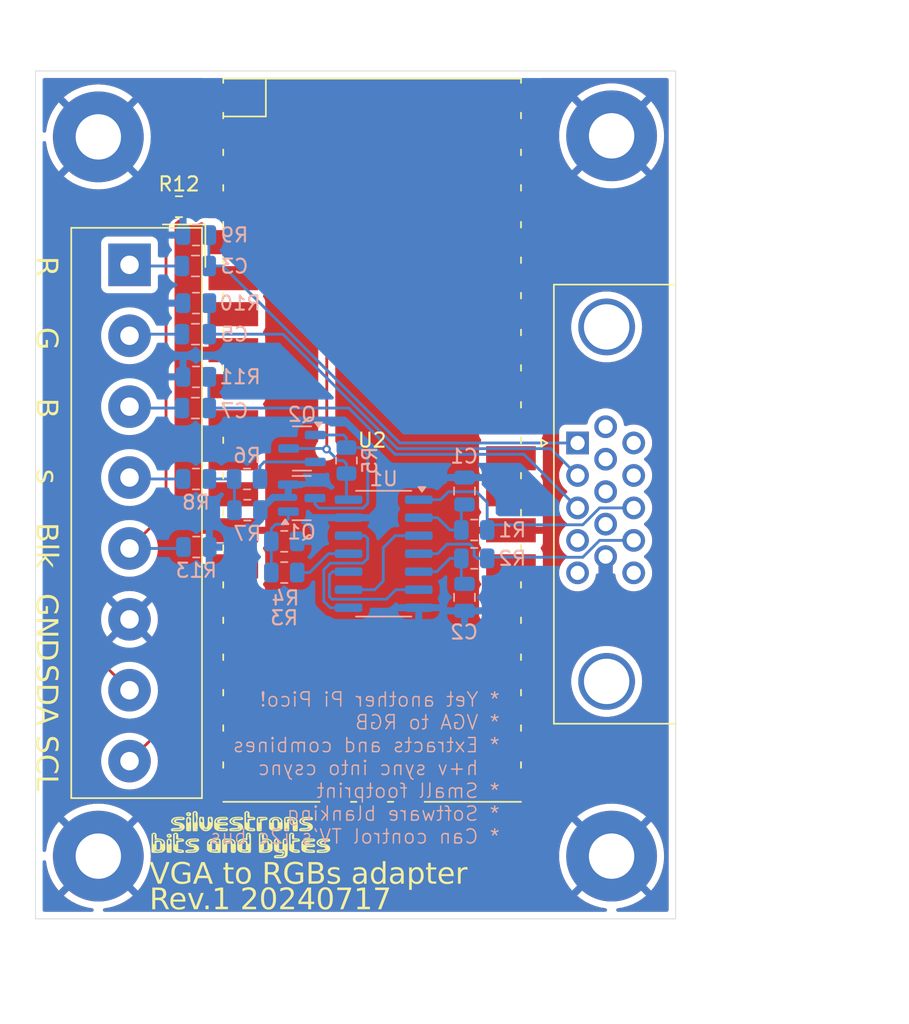
<source format=kicad_pcb>
(kicad_pcb (version 20240108) (generator "pcbnew") (generator_version "8.0")
  (layers (0 "F.Cu" signal) (31 "B.Cu" signal) (34 "B.Paste" user) (35 "F.Paste" user) (36 "B.SilkS" user "B.Silkscreen") (37 "F.SilkS" user "F.Silkscreen") (38 "B.Mask" user) (39 "F.Mask" user) (44 "Edge.Cuts" user))
  (net 0 "")
  (net 1 "GND")
  (net 2 "Net-(C1-Pad1)")
  (net 3 "Net-(C2-Pad1)")
  (net 4 "Net-(J1-Pin_14)")
  (net 6 "Net-(J1-Pin_13)")
  (net 14 "/IN R")
  (net 15 "/OUT R")
  (net 16 "/GIN2")
  (net 17 "Net-(R3-Pad1)")
  (net 18 "Net-(R6-Pad2)")
  (net 19 "Net-(U1-Pad10)")
  (net 20 "Net-(U1-Pad12)")
  (net 21 "Net-(U1-Pad3)")
  (net 23 "/IN G")
  (net 24 "/BIN2")
  (net 25 "/IN B")
  (net 26 "/SCL")
  (net 33 "/SDA")
  (net 34 "/FBLIN2")
  (net 35 "/AV1-1")
  (net 36 "Net-(Q1-B)")
  (net 37 "Net-(Q1-C)")
  (net 38 "Net-(Q2-E)")
  (net 39 "/IN BLK")
  (net 64 "+5V")
  (footprint "Resistor_SMD:R_0805_2012Metric" (layer "F.Cu") (at 84.0875 54.4 180)
    (property "Reference" "R12")
    (property "Value" "1k0")
  )
  (footprint "TerminalBlock_Altech:Altech_AK100_1x08_P5.00mm" (layer "F.Cu") (at 80.6 58.5 -90)
    (property "Reference" "J2" (hide yes))
    (property "Value" "TV Interface")
  )
  (footprint "Symbol:OSHW-Logo2_7.3x6mm_Copper" (layer "F.Cu") (at 114.25 56.4)
    (property "Reference" "REF**" (hide yes))
    (property "Value" "OSHW-Logo2_7.3x6mm_Copper" (hide yes))
  )
  (footprint "KiCad Components:RPi_Pico_SMD" (layer "F.Cu") (at 97.71 70.87)
    (property "Reference" "U2")
    (property "Value" "Pico")
  )
  (footprint "MountingHole:MountingHole_3.2mm_M3_Pad" (layer "F.Cu") (at 78.4 100.2)
    (property "Reference" "H1" (hide yes))
    (property "Value" "MountingHole_Pad")
  )
  (footprint "KiCad Components:sbab-text-logo-tiny" (layer "F.Cu") (at 88.2 98.8)
    (property "Reference" "G***" (hide yes))
    (property "Value" "LOGO" (hide yes))
  )
  (footprint "MountingHole:MountingHole_3.2mm_M3_Pad" (layer "F.Cu") (at 114.6 100.2)
    (property "Reference" "H2" (hide yes))
    (property "Value" "MountingHole_Pad")
  )
  (footprint "MountingHole:MountingHole_3.2mm_M3_Pad" (layer "F.Cu") (at 78.4 49.475)
    (property "Reference" "H1" (hide yes))
    (property "Value" "MountingHole_Pad")
  )
  (footprint "Connector_Dsub:DSUB-15-HD_Female_Horizontal_P2.29x1.98mm_EdgePinOffset3.03mm_Housed_MountingHolesOffset4.94mm" (layer "F.Cu") (at 112.2 71.0625 90)
    (property "Reference" "J1" (hide yes))
    (property "Value" "VGA")
  )
  (footprint "MountingHole:MountingHole_3.2mm_M3_Pad" (layer "F.Cu") (at 114.6 49.4)
    (property "Reference" "H2" (hide yes))
    (property "Value" "MountingHole_Pad")
  )
  (footprint "Resistor_SMD:R_0805_2012Metric" (layer "B.Cu") (at 88.9125 75.8)
    (property "Reference" "R7")
    (property "Value" "47")
  )
  (footprint "Capacitor_SMD:C_0805_2012Metric" (layer "B.Cu") (at 104.225 74.450001 90)
    (property "Reference" "C1")
    (property "Value" "22uF")
  )
  (footprint "Capacitor_SMD:C_0805_2012Metric" (layer "B.Cu") (at 85.25 63.39 180)
    (property "Reference" "C5")
    (property "Value" "100n")
  )
  (footprint "Resistor_SMD:R_0805_2012Metric" (layer "B.Cu") (at 88.8875 73.6 180)
    (property "Reference" "R6")
    (property "Value" "47")
  )
  (footprint "Package_SO:SOIC-14_3.9x8.7mm_P1.27mm" (layer "B.Cu") (at 98.525 78.87 180)
    (property "Reference" "U1")
    (property "Value" "SN74LS86ADR")
  )
  (footprint "Resistor_SMD:R_0805_2012Metric" (layer "B.Cu") (at 85.2875 66.4 180)
    (property "Reference" "R11")
    (property "Value" "75")
  )
  (footprint "Resistor_SMD:R_0805_2012Metric" (layer "B.Cu") (at 85.3125 78.4)
    (property "Reference" "R13")
    (property "Value" "3k3")
  )
  (footprint "Resistor_SMD:R_0805_2012Metric" (layer "B.Cu") (at 85.2875 73.6)
    (property "Reference" "R8")
    (property "Value" "47")
  )
  (footprint "Capacitor_SMD:C_0805_2012Metric" (layer "B.Cu") (at 85.25 58.58 180)
    (property "Reference" "C3")
    (property "Value" "100n")
  )
  (footprint "Capacitor_SMD:C_0805_2012Metric" (layer "B.Cu") (at 85.25 68.6 180)
    (property "Reference" "C7")
    (property "Value" "100n")
  )
  (footprint "Resistor_SMD:R_0805_2012Metric" (layer "B.Cu") (at 95.9 72.3 90)
    (property "Reference" "R5")
    (property "Value" "2k7")
  )
  (footprint "Resistor_SMD:R_0805_2012Metric" (layer "B.Cu") (at 91.5125 78)
    (property "Reference" "R4")
    (property "Value" "1k8")
  )
  (footprint "Capacitor_SMD:C_0805_2012Metric" (layer "B.Cu") (at 104.225 81.949999 -90)
    (property "Reference" "C2")
    (property "Value" "22uF")
  )
  (footprint "Resistor_SMD:R_0805_2012Metric" (layer "B.Cu") (at 104.9125 79.2 180)
    (property "Reference" "R2")
    (property "Value" "2k2")
  )
  (footprint "Resistor_SMD:R_0805_2012Metric" (layer "B.Cu") (at 85.2875 61.2 180)
    (property "Reference" "R10")
    (property "Value" "75")
  )
  (footprint "Package_TO_SOT_SMD:SOT-23" (layer "B.Cu") (at 92.7625 71.45 180)
    (property "Reference" "Q2")
    (property "Value" "BC847")
  )
  (footprint "Resistor_SMD:R_0805_2012Metric" (layer "B.Cu") (at 104.9125 77.2 180)
    (property "Reference" "R1")
    (property "Value" "2k2")
  )
  (footprint "Package_TO_SOT_SMD:SOT-23" (layer "B.Cu") (at 92.7375 74.95)
    (property "Reference" "Q1")
    (property "Value" "BC847")
  )
  (footprint "Resistor_SMD:R_0805_2012Metric" (layer "B.Cu") (at 85.2875 56.4 180)
    (property "Reference" "R9")
    (property "Value" "75")
  )
  (footprint "Resistor_SMD:R_0805_2012Metric" (layer "B.Cu") (at 91.5125 80.2 180)
    (property "Reference" "R3")
    (property "Value" "1k8")
  )
  (gr_rect (start 73.97 44.825) (end 119.12 104.625) (stroke (width 0.05)) (fill none) (layer "Edge.Cuts"))
  (gr_text "* Yet another Pi Pico!\n* VGA to RGB\n* Extracts and combines\n  h+v sync into csync\n* Small footprint\n* Software blanking\n* Can control TV's i2c bus" (at 106.8 99.4 0) (layer "B.SilkS") (effects (font (size 1 1) (thickness 0.1)) (justify left bottom mirror)))
  (gr_text "SDA" (at 73.8 86.655722 -90) (layer "F.SilkS") (effects (font (size 1.5 1.5) (thickness 0.1)) (justify left bottom)))
  (gr_text "Blk" (at 73.8 76.655724 -90) (layer "F.SilkS") (effects (font (size 1.5 1.5) (thickness 0.1)) (justify left bottom)))
  (gr_text "G" (at 73.8 62.885241 270) (layer "F.SilkS") (effects (font (size 1.5 1.5) (thickness 0.1)) (justify left bottom)))
  (gr_text "s" (at 73.8 72.885241 -90) (layer "F.SilkS") (effects (font (size 1.5 1.5) (thickness 0.1)) (justify left bottom)))
  (gr_text "Rev.1 20240717" (at 82 104.2 0) (layer "F.SilkS") (effects (font (size 1.5 1.5) (thickness 0.1)) (justify left bottom)))
  (gr_text "SCL" (at 73.8 91.655723 -90) (layer "F.SilkS") (effects (font (size 1.5 1.5) (thickness 0.1)) (justify left bottom)))
  (gr_text "R" (at 73.8 57.885241 270) (layer "F.SilkS") (effects (font (size 1.5 1.5) (thickness 0.1)) (justify left bottom)))
  (gr_text "VGA to RGBs adapter" (at 82 102.4 0) (layer "F.SilkS") (effects (font (size 1.5 1.5) (thickness 0.1)) (justify left bottom)))
  (gr_text "B" (at 73.8 67.885241 -90) (layer "F.SilkS") (effects (font (size 1.5 1.5) (thickness 0.1)) (justify left bottom)))
  (gr_text "GND" (at 73.8 81.655724 -90) (layer "F.SilkS") (effects (font (size 1.5 1.5) (thickness 0.1)) (justify left bottom)))
  (segment (start 114.18 80.78) (end 114.2 80.8) (width 1) (layer "F.Cu") (net 1))
  (segment (start 114.18 79.0775) (end 114.18 80.78) (width 1) (layer "F.Cu") (net 1))
  (segment (start 89.825 75.8) (end 90.725 74.9) (width 0.5) (layer "B.Cu") (net 1))
  (segment (start 87.9 78.4) (end 86.225 78.4) (width 0.5) (layer "B.Cu") (net 1))
  (segment (start 89.825 75.8) (end 89.825 76.475) (width 0.5) (layer "B.Cu") (net 1))
  (segment (start 90.725 74.9) (end 92.2 74.9) (width 0.5) (layer "B.Cu") (net 1))
  (segment (start 114.18 79.0775) (end 114.18 80.78) (width 1) (layer "B.Cu") (net 1))
  (segment (start 99.77782 73.500002) (end 95.777818 69.5) (width 0.5) (layer "B.Cu") (net 1))
  (segment (start 89.825 76.475) (end 87.9 78.4) (width 0.5) (layer "B.Cu") (net 1))
  (segment (start 95.777818 69.5) (end 95.6 69.5) (width 0.5) (layer "B.Cu") (net 1))
  (segment (start 97.97 76.33) (end 98.2 76.1) (width 0.5) (layer "B.Cu") (net 1))
  (segment (start 114.18 80.78) (end 114.2 80.8) (width 1) (layer "B.Cu") (net 1))
  (segment (start 96.05 76.33) (end 93.33 76.33) (width 0.5) (layer "B.Cu") (net 1))
  (segment (start 96.05 76.33) (end 97.97 76.33) (width 0.5) (layer "B.Cu") (net 1))
  (segment (start 93.33 76.33) (end 93.3 76.3) (width 0.5) (layer "B.Cu") (net 1))
  (segment (start 104.225 73.500002) (end 99.77782 73.500002) (width 0.5) (layer "B.Cu") (net 1))
  (segment (start 104 76.3) (end 104 75.625) (width 0.2) (layer "B.Cu") (net 2))
  (segment (start 101 76.33) (end 102.33 76.33) (width 0.2) (layer "B.Cu") (net 2))
  (segment (start 102.33 76.33) (end 103.2 77.2) (width 0.2) (layer "B.Cu") (net 2))
  (segment (start 104 77.2) (end 104 76.3) (width 0.2) (layer "B.Cu") (net 2))
  (segment (start 103.2 77.2) (end 104 77.2) (width 0.2) (layer "B.Cu") (net 2))
  (segment (start 104 75.625) (end 104.225 75.4) (width 0.2) (layer "B.Cu") (net 2))
  (segment (start 104 80.1) (end 104 80.775) (width 0.2) (layer "B.Cu") (net 3))
  (segment (start 102.26 80.14) (end 103.2 79.2) (width 0.2) (layer "B.Cu") (net 3))
  (segment (start 103.2 79.2) (end 104 79.2) (width 0.2) (layer "B.Cu") (net 3))
  (segment (start 101 80.14) (end 102.26 80.14) (width 0.2) (layer "B.Cu") (net 3))
  (segment (start 104 79.2) (end 104 80.1) (width 0.2) (layer "B.Cu") (net 3))
  (segment (start 104 80.775) (end 104.225 81) (width 0.2) (layer "B.Cu") (net 3))
  (segment (start 116.16 77.9325) (end 113.755636 77.9325) (width 0.2) (layer "B.Cu") (net 4))
  (segment (start 113.755636 77.9325) (end 112.565636 79.1225) (width 0.2) (layer "B.Cu") (net 4))
  (segment (start 112.565636 79.1225) (end 105.9025 79.1225) (width 0.2) (layer "B.Cu") (net 4))
  (segment (start 104.6 78.2) (end 104.9 78.5) (width 0.2) (layer "B.Cu") (net 4))
  (segment (start 103 78.2) (end 104.6 78.2) (width 0.2) (layer "B.Cu") (net 4))
  (segment (start 101 78.87) (end 102.33 78.87) (width 0.2) (layer "B.Cu") (net 4))
  (segment (start 105.9025 79.1225) (end 105.825 79.2) (width 0.2) (layer "B.Cu") (net 4))
  (segment (start 104.9 78.5) (end 104.9 79) (width 0.2) (layer "B.Cu") (net 4))
  (segment (start 104.9 79) (end 105.1 79.2) (width 0.2) (layer "B.Cu") (net 4))
  (segment (start 105.1 79.2) (end 105.825 79.2) (width 0.2) (layer "B.Cu") (net 4))
  (segment (start 102.33 78.87) (end 103 78.2) (width 0.2) (layer "B.Cu") (net 4))
  (segment (start 112.565634 76.832501) (end 106.192499 76.832501) (width 0.2) (layer "B.Cu") (net 6))
  (segment (start 105.825 75.257628) (end 105.067372 74.5) (width 0.2) (layer "B.Cu") (net 6))
  (segment (start 106.192499 76.832501) (end 105.825 77.2) (width 0.2) (layer "B.Cu") (net 6))
  (segment (start 103.1 74.5) (end 102.54 75.06) (width 0.2) (layer "B.Cu") (net 6))
  (segment (start 105.825 77.2) (end 105.825 75.257628) (width 0.2) (layer "B.Cu") (net 6))
  (segment (start 105.067372 74.5) (end 103.1 74.5) (width 0.2) (layer "B.Cu") (net 6))
  (segment (start 102.54 75.06) (end 101 75.06) (width 0.2) (layer "B.Cu") (net 6))
  (segment (start 113.755635 75.6425) (end 112.565634 76.832501) (width 0.2) (layer "B.Cu") (net 6))
  (segment (start 116.16 75.6425) (end 113.755635 75.6425) (width 0.2) (layer "B.Cu") (net 6))
  (segment (start 87.18 58.58) (end 99.6625 71.0625) (width 0.2) (layer "B.Cu") (net 14))
  (segment (start 99.6625 71.0625) (end 112.2 71.0625) (width 0.2) (layer "B.Cu") (net 14))
  (segment (start 86.2 58.58) (end 87.18 58.58) (width 0.2) (layer "B.Cu") (net 14))
  (segment (start 86.2 56.4) (end 86.2 58.58) (width 0.2) (layer "B.Cu") (net 14))
  (segment (start 84.3 58.58) (end 80.68 58.58) (width 0.2) (layer "B.Cu") (net 15))
  (segment (start 80.68 58.58) (end 80.6 58.5) (width 0.2) (layer "B.Cu") (net 15))
  (segment (start 80.71 63.39) (end 80.6 63.5) (width 0.2) (layer "B.Cu") (net 16))
  (segment (start 84.3 63.39) (end 80.71 63.39) (width 0.2) (layer "B.Cu") (net 16))
  (segment (start 96.05 78.87) (end 94.63 78.87) (width 0.2) (layer "B.Cu") (net 17))
  (segment (start 93.3 80.2) (end 92.425 80.2) (width 0.2) (layer "B.Cu") (net 17))
  (segment (start 94.63 78.87) (end 93.3 80.2) (width 0.2) (layer "B.Cu") (net 17))
  (segment (start 86.2 73.6) (end 87.975 73.6) (width 0.2) (layer "B.Cu") (net 18))
  (segment (start 87.975 73.975) (end 88 74) (width 0.2) (layer "B.Cu") (net 18))
  (segment (start 87.975 73.6) (end 87.975 73.975) (width 0.2) (layer "B.Cu") (net 18))
  (segment (start 88 74) (end 88 75.8) (width 0.2) (layer "B.Cu") (net 18))
  (segment (start 98.72 82.08) (end 94.88 82.08) (width 0.2) (layer "B.Cu") (net 19))
  (segment (start 94.9175 80.14) (end 96.05 80.14) (width 0.2) (layer "B.Cu") (net 19))
  (segment (start 99.39 81.41) (end 98.72 82.08) (width 0.2) (layer "B.Cu") (net 19))
  (segment (start 94.7 81.9) (end 94.7 80.3575) (width 0.2) (layer "B.Cu") (net 19))
  (segment (start 94.88 82.08) (end 94.7 81.9) (width 0.2) (layer "B.Cu") (net 19))
  (segment (start 94.7 80.3575) (end 94.9175 80.14) (width 0.2) (layer "B.Cu") (net 19))
  (segment (start 101 81.41) (end 99.39 81.41) (width 0.2) (layer "B.Cu") (net 19))
  (segment (start 94.3 80) (end 94.3 82.220619) (width 0.2) (layer "B.Cu") (net 20))
  (segment (start 94.76 79.54) (end 94.3 80) (width 0.2) (layer "B.Cu") (net 20))
  (segment (start 97.4 79.2) (end 97.06 79.54) (width 0.2) (layer "B.Cu") (net 20))
  (segment (start 94.3 82.220619) (end 94.759381 82.68) (width 0.2) (layer "B.Cu") (net 20))
  (segment (start 94.759381 82.68) (end 96.05 82.68) (width 0.2) (layer "B.Cu") (net 20))
  (segment (start 97.2 77.6) (end 97.4 77.8) (width 0.2) (layer "B.Cu") (net 20))
  (segment (start 96.05 77.6) (end 97.2 77.6) (width 0.2) (layer "B.Cu") (net 20))
  (segment (start 97.4 77.8) (end 97.4 79.2) (width 0.2) (layer "B.Cu") (net 20))
  (segment (start 97.06 79.54) (end 94.76 79.54) (width 0.2) (layer "B.Cu") (net 20))
  (segment (start 97.89 81.41) (end 98.5 80.8) (width 0.2) (layer "B.Cu") (net 21))
  (segment (start 96.05 81.41) (end 97.89 81.41) (width 0.2) (layer "B.Cu") (net 21))
  (segment (start 99.35 77.6) (end 101 77.6) (width 0.2) (layer "B.Cu") (net 21))
  (segment (start 98.5 78.45) (end 99.35 77.6) (width 0.2) (layer "B.Cu") (net 21))
  (segment (start 98.5 80.8) (end 98.5 78.45) (width 0.2) (layer "B.Cu") (net 21))
  (segment (start 99.496815 71.4625) (end 110.309999 71.4625) (width 0.2) (layer "B.Cu") (net 23))
  (segment (start 110.309999 71.4625) (end 112.2 73.352501) (width 0.2) (layer "B.Cu") (net 23))
  (segment (start 91.424314 63.39) (end 99.496815 71.4625) (width 0.2) (layer "B.Cu") (net 23))
  (segment (start 86.2 63.39) (end 91.424314 63.39) (width 0.2) (layer "B.Cu") (net 23))
  (segment (start 86.2 61.2) (end 86.2 63.39) (width 0.2) (layer "B.Cu") (net 23))
  (segment (start 84.3 68.6) (end 80.7 68.6) (width 0.2) (layer "B.Cu") (net 24))
  (segment (start 80.7 68.6) (end 80.6 68.5) (width 0.2) (layer "B.Cu") (net 24))
  (segment (start 108.42 71.8625) (end 112.2 75.6425) (width 0.2) (layer "B.Cu") (net 25))
  (segment (start 86.2 66.4) (end 86.2 68.6) (width 0.2) (layer "B.Cu") (net 25))
  (segment (start 96.068629 68.6) (end 99.331129 71.8625) (width 0.2) (layer "B.Cu") (net 25))
  (segment (start 99.331129 71.8625) (end 108.42 71.8625) (width 0.2) (layer "B.Cu") (net 25))
  (segment (start 86.2 68.6) (end 96.068629 68.6) (width 0.2) (layer "B.Cu") (net 25))
  (segment (start 85.085686 49.28) (end 78 56.365686) (width 0.2) (layer "F.Cu") (net 26))
  (segment (start 81.8 86) (end 83.2 87.4) (width 0.2) (layer "F.Cu") (net 26))
  (segment (start 83.2 90.9) (end 80.6 93.5) (width 0.2) (layer "F.Cu") (net 26))
  (segment (start 78 85.334313) (end 78.665687 86) (width 0.2) (layer "F.Cu") (net 26))
  (segment (start 78 56.365686) (end 78 85.334313) (width 0.2) (layer "F.Cu") (net 26))
  (segment (start 88.82 49.28) (end 85.085686 49.28) (width 0.2) (layer "F.Cu") (net 26))
  (segment (start 83.2 87.4) (end 83.2 90.9) (width 0.2) (layer "F.Cu") (net 26))
  (segment (start 78.665687 86) (end 81.8 86) (width 0.2) (layer "F.Cu") (net 26))
  (segment (start 87.06 46.74) (end 88.82 46.74) (width 0.2) (layer "F.Cu") (net 33))
  (segment (start 80.6 88.499999) (end 77.6 85.499999) (width 0.2) (layer "F.Cu") (net 33))
  (segment (start 77.6 56.2) (end 87.06 46.74) (width 0.2) (layer "F.Cu") (net 33))
  (segment (start 77.6 85.499999) (end 77.6 56.2) (width 0.2) (layer "F.Cu") (net 33))
  (segment (start 83.175 75.925001) (end 80.6 78.500001) (width 0.2) (layer "F.Cu") (net 34))
  (segment (start 83.175 54.4) (end 83.175 75.925001) (width 0.2) (layer "F.Cu") (net 34))
  (segment (start 84.4 78.4) (end 84.2 78.4) (width 0.2) (layer "B.Cu") (net 34))
  (segment (start 84.099999 78.500001) (end 80.6 78.500001) (width 0.2) (layer "B.Cu") (net 34))
  (segment (start 84.2 78.4) (end 84.099999 78.500001) (width 0.2) (layer "B.Cu") (net 34))
  (segment (start 80.7 73.6) (end 80.6 73.5) (width 0.2) (layer "B.Cu") (net 35))
  (segment (start 84.375 73.6) (end 80.7 73.6) (width 0.2) (layer "B.Cu") (net 35))
  (segment (start 91.8 76.4) (end 91.8 75.9) (width 0.2) (layer "B.Cu") (net 36))
  (segment (start 90.6 78) (end 90.6 77.1) (width 0.2) (layer "B.Cu") (net 36))
  (segment (start 90.6 80.2) (end 90.6 78) (width 0.2) (layer "B.Cu") (net 36))
  (segment (start 90.6 77.1) (end 90.9 76.8) (width 0.2) (layer "B.Cu") (net 36))
  (segment (start 91.4 76.8) (end 91.8 76.4) (width 0.2) (layer "B.Cu") (net 36))
  (segment (start 90.9 76.8) (end 91.4 76.8) (width 0.2) (layer "B.Cu") (net 36))
  (segment (start 93.675001 75.375001) (end 93.96 75.66) (width 0.2) (layer "B.Cu") (net 37))
  (segment (start 93.675001 74.95) (end 93.675001 75.375001) (width 0.2) (layer "B.Cu") (net 37))
  (segment (start 93.96 75.66) (end 97.065552 75.66) (width 0.2) (layer "B.Cu") (net 37))
  (segment (start 96.8875 71.3875) (end 95.9 71.3875) (width 0.2) (layer "B.Cu") (net 37))
  (segment (start 95.7 70.5) (end 95.9 70.7) (width 0.2) (layer "B.Cu") (net 37))
  (segment (start 97.065552 75.66) (end 97.4 75.325552) (width 0.2) (layer "B.Cu") (net 37))
  (segment (start 95.9 70.7) (end 95.9 71.3875) (width 0.2) (layer "B.Cu") (net 37))
  (segment (start 97.4 75.325552) (end 97.4 71.9) (width 0.2) (layer "B.Cu") (net 37))
  (segment (start 93.7 70.5) (end 95.7 70.5) (width 0.2) (layer "B.Cu") (net 37))
  (segment (start 97.4 71.9) (end 96.8875 71.3875) (width 0.2) (layer "B.Cu") (net 37))
  (segment (start 93.7 72.4) (end 90.1 72.4) (width 0.2) (layer "B.Cu") (net 38))
  (segment (start 89.8 72.7) (end 89.8 73.6) (width 0.2) (layer "B.Cu") (net 38))
  (segment (start 89.85 73.65) (end 89.8 73.6) (width 0.2) (layer "B.Cu") (net 38))
  (segment (start 90.1 72.4) (end 89.8 72.7) (width 0.2) (layer "B.Cu") (net 38))
  (segment (start 85 54.4) (end 88.78 54.4) (width 0.2) (layer "F.Cu") (net 39))
  (segment (start 88.78 54.4) (end 88.82 54.36) (width 0.2) (layer "F.Cu") (net 39))
  (segment (start 97.4 55.94) (end 97.4 60.2) (width 0.2) (layer "F.Cu") (net 64))
  (segment (start 94.5125 69.8) (end 94.5125 71.4875) (width 0.2) (layer "F.Cu") (net 64))
  (segment (start 94.5125 71.5125) (end 94.5 71.5) (width 0.2) (layer "F.Cu") (net 64))
  (segment (start 97.4 60.2) (end 94.5125 63.0875) (width 0.2) (layer "F.Cu") (net 64))
  (segment (start 94.5125 71.4875) (end 94.5 71.5) (width 0.2) (layer "F.Cu") (net 64))
  (segment (start 106.6 46.74) (end 97.4 55.94) (width 0.2) (layer "F.Cu") (net 64))
  (segment (start 94.5125 63.0875) (end 94.5125 69.8) (width 0.2) (layer "F.Cu") (net 64))
  (via (at 94.5 71.5) (size 0.6) (drill 0.3) (layers "F.Cu" "B.Cu") (net 64))
  (segment (start 95.9 74.91) (end 96.05 75.06) (width 0.2) (layer "B.Cu") (net 64))
  (segment (start 95.315256 72.3) (end 95.671875 72.3) (width 0.2) (layer "B.Cu") (net 64))
  (segment (start 91.825 71.45) (end 94.465256 71.45) (width 0.2) (layer "B.Cu") (net 64))
  (segment (start 95.9 73.2125) (end 95.9 74.91) (width 0.2) (layer "B.Cu") (net 64))
  (segment (start 94.465256 71.45) (end 95.315256 72.3) (width 0.2) (layer "B.Cu") (net 64))
  (segment (start 95.9 72.528125) (end 95.9 73.2125) (width 0.2) (layer "B.Cu") (net 64))
  (segment (start 95.671875 72.3) (end 95.9 72.528125) (width 0.2) (layer "B.Cu") (net 64))
  (zone (net 1) (net_name "GND") (layers "F&B.Cu") (connect_pads (clearance 0.5)) (min_thickness 0.25) (fill yes (thermal_gap 0.5) (thermal_bridge_width 0.5))
    (polygon (pts (xy 73 44) (xy 73 105.8) (xy 120.4 105.8) (xy 120.4 44) (xy 119.8 43.4) (xy 73.6 43.4)))
  )
)
</source>
